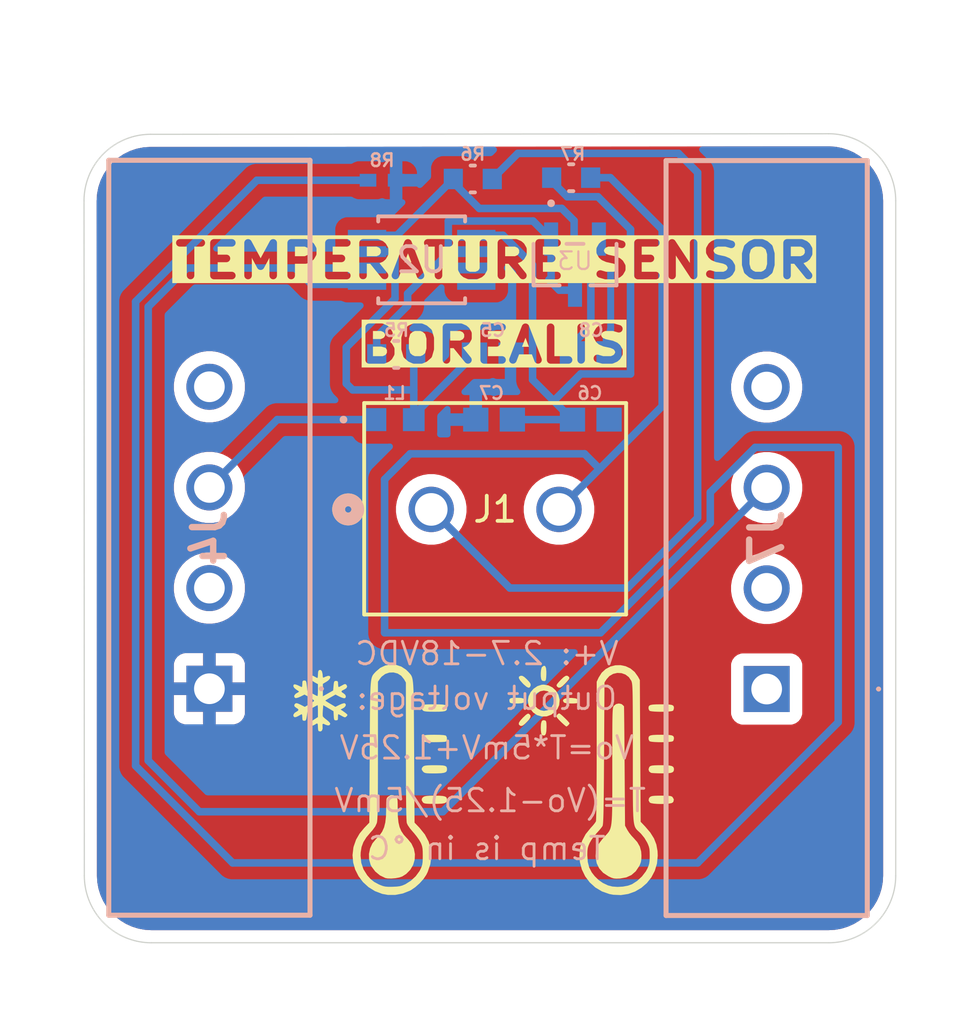
<source format=kicad_pcb>
(kicad_pcb (version 20241229) (generator "pcbnew") (generator_version "9.0")
  (layers (0 "F.Cu" signal) (2 "B.Cu" signal) (13 "F.Paste" user) (15 "B.Paste" user) (5 "F.SilkS" user "F.Silkscreen") (7 "B.SilkS" user "B.Silkscreen") (1 "F.Mask" user) (3 "B.Mask" user) (25 "Edge.Cuts" user))
  (net 0 "")
  (net 1 "GND")
  (net 2 "VCC")
  (net 3 "Net-(U2-IN-)")
  (net 4 "Net-(U2-+IN)")
  (net 5 "Net-(J1-Pad2)")
  (net 6 "Net-(J1-Pad1)")
  (net 7 "/ID")
  (net 8 "+5V")
  (net 9 "+3.3V")
  (net 11 "/SCL")
  (net 12 "/SDA")
  (net 13 "/ADC")
  (net 14 "Net-(U2-REF)")
  (footprint "BOREALIS:CONN_1729128_PXC" (layer "F.Cu") (at 110.8202 76.1234)
    (property "Reference" "J1" (at 2.54 0 0) (layer "F.SilkS"))
    (property "Value" "1729128")
    (pad "1" thru_hole circle (at 0 0) (size 1.8034 1.8034) (drill 1.2954) (layers "*.Cu" "*.Mask") (net 6 "Net-(J1-Pad1)"))
    (pad "2" thru_hole circle (at 5.08 0) (size 1.8034 1.8034) (drill 1.2954) (layers "*.Cu" "*.Mask") (net 5 "Net-(J1-Pad2)"))
  )
  (footprint "LOGO" (layer "F.Cu") (at 113.114612 86.860476)
    (property "Reference" "G***" (hide yes))
    (property "Value" "LOGO" (hide yes))
  )
  (footprint "BOREALIS:CAPC17595_95N_KEM" (layer "B.Cu") (at 113.266398 69.9643)
    (property "Reference" "C5" (at 0 -0.9643 0) (layer "B.SilkS") (effects (font (size 0.5 0.5) (thickness 0.1) (bold yes)) (justify mirror)))
    (property "Value" "C0603C104K5RACTU" (hide yes))
    (pad "1" smd rect (at -0.727799 0) (size 1.005599 0.949998) (layers "B.Cu" "B.Mask" "B.Paste") (net 2 "VCC"))
    (pad "2" smd rect (at 0.727799 0) (size 1.005599 0.949998) (layers "B.Cu" "B.Mask" "B.Paste") (net 1 "GND"))
    (zone (net 0) (net_name "") (layer "B.Cu") (connect_pads (clearance 0)) (min_thickness 0.254)
      (keepout (tracks not_allowed) (vias not_allowed) (pads allowed) (copperpour not_allowed) (footprints allowed))
      (fill (thermal_gap 0.508) (thermal_bridge_width 0.508))
      (polygon (pts (xy 113.092198 70.388499) (xy 113.440598 70.388499) (xy 113.440598 69.540101) (xy 113.092198 69.540101)))
    )
  )
  (footprint "BOREALIS:RC0402N_YAG" (layer "B.Cu") (at 108.8644 63.0428)
    (property "Reference" "R8" (at 0 -0.7928 0) (layer "B.SilkS") (effects (font (size 0.5 0.5) (thickness 0.1) (bold yes)) (justify mirror)))
    (property "Value" "RC0402FR-071ML" (hide yes))
    (pad "1" smd rect (at -0.5588 0) (size 0.6604 0.508) (layers "B.Cu" "B.Mask" "B.Paste") (net 5 "Net-(J1-Pad2)"))
    (pad "2" smd rect (at 0.5588 0) (size 0.6604 0.508) (layers "B.Cu" "B.Mask" "B.Paste") (net 1 "GND"))
    (zone (net 0) (net_name "") (layer "B.Cu") (connect_pads (clearance 0)) (min_thickness 0.254)
      (keepout (tracks not_allowed) (vias not_allowed) (pads allowed) (copperpour not_allowed) (footprints allowed))
      (fill (thermal_gap 0.508) (thermal_bridge_width 0.508))
      (polygon (pts (xy 108.6866 63.246) (xy 109.0422 63.246) (xy 109.0422 62.8396) (xy 108.6866 62.8396)))
    )
  )
  (footprint "BOREALIS:SOT23-3-L_3p04x1p4x1p9_STM" (layer "B.Cu") (at 116.5352 66.3956)
    (property "Reference" "U3" (at 0 -0.1456 0) (layer "B.SilkS") (effects (font (size 0.7 0.7) (thickness 0.0875)) (justify mirror)))
    (property "Value" "TLVH431BIL3T" (hide yes))
    (pad "1" smd rect (at -0.950001 -1.016) (size 0.5588 1.3208) (layers "B.Cu" "B.Mask" "B.Paste") (net 14 "Net-(U2-REF)"))
    (pad "2" smd rect (at 0.950001 -1.016) (size 0.5588 1.3208) (layers "B.Cu" "B.Mask" "B.Paste") (net 1 "GND"))
    (pad "3" smd rect (at 0 1.016) (size 0.5588 1.3208) (layers "B.Cu" "B.Mask" "B.Paste") (net 14 "Net-(U2-REF)"))
  )
  (footprint "BOREALIS:CAPC17595_95N_KEM" (layer "B.Cu") (at 113.317198 72.5551 180)
    (property "Reference" "C7" (at 0.1016 1.0551 0) (layer "B.SilkS") (effects (font (size 0.5 0.5) (thickness 0.1) (bold yes)) (justify mirror)))
    (property "Value" "C0603C104K5RACTU" (hide yes))
    (pad "1" smd rect (at -0.727799 0 180) (size 1.005599 0.949998) (layers "B.Cu" "B.Mask" "B.Paste") (net 3 "Net-(U2-IN-)"))
    (pad "2" smd rect (at 0.727799 0 180) (size 1.005599 0.949998) (layers "B.Cu" "B.Mask" "B.Paste") (net 1 "GND"))
    (zone (net 0) (net_name "") (layer "B.Cu") (connect_pads (clearance 0)) (min_thickness 0.254)
      (keepout (tracks not_allowed) (vias not_allowed) (pads allowed) (copperpour not_allowed) (footprints allowed))
      (fill (thermal_gap 0.508) (thermal_bridge_width 0.508))
      (polygon (pts (xy 113.491398 72.130901) (xy 113.142998 72.130901) (xy 113.142998 72.979299) (xy 113.491398 72.979299)))
    )
  )
  (footprint "BOREALIS:CAPC17595_95N_KEM" (layer "B.Cu") (at 117.161399 72.5551)
    (property "Reference" "C6" (at -0.034201 -1.0551 0) (layer "B.SilkS") (effects (font (size 0.5 0.5) (thickness 0.1) (bold yes)) (justify mirror)))
    (property "Value" "C0603C104K5RACTU" (hide yes))
    (pad "1" smd rect (at -0.727799 0) (size 1.005599 0.949998) (layers "B.Cu" "B.Mask" "B.Paste") (net 3 "Net-(U2-IN-)"))
    (pad "2" smd rect (at 0.727799 0) (size 1.005599 0.949998) (layers "B.Cu" "B.Mask" "B.Paste") (net 4 "Net-(U2-+IN)"))
    (zone (net 0) (net_name "") (layer "B.Cu") (connect_pads (clearance 0)) (min_thickness 0.254)
      (keepout (tracks not_allowed) (vias not_allowed) (pads allowed) (copperpour not_allowed) (footprints allowed))
      (fill (thermal_gap 0.508) (thermal_bridge_width 0.508))
      (polygon (pts (xy 116.987199 72.979299) (xy 117.335599 72.979299) (xy 117.335599 72.130901) (xy 116.987199 72.130901)))
    )
  )
  (footprint "BOREALIS:RC0603N_YAG" (layer "B.Cu") (at 109.427099 69.9643)
    (property "Reference" "R5" (at 0.0127 -0.9643 0) (layer "B.SilkS") (effects (font (size 0.5 0.5) (thickness 0.1) (bold yes)) (justify mirror)))
    (property "Value" "RC0603FR-07100RL" (hide yes))
    (pad "1" smd rect (at -0.7747 0) (size 0.762 0.8128) (layers "B.Cu" "B.Mask" "B.Paste") (net 14 "Net-(U2-REF)"))
    (pad "2" smd rect (at 0.7747 0) (size 0.762 0.8128) (layers "B.Cu" "B.Mask" "B.Paste") (net 2 "VCC"))
    (zone (net 0) (net_name "") (layer "B.Cu") (connect_pads (clearance 0)) (min_thickness 0.254)
      (keepout (tracks not_allowed) (vias not_allowed) (pads allowed) (copperpour not_allowed) (footprints allowed))
      (fill (thermal_gap 0.508) (thermal_bridge_width 0.508))
      (polygon (pts (xy 109.084199 70.3199) (xy 109.769999 70.3199) (xy 109.769999 69.6087) (xy 109.084199 69.6087)))
    )
  )
  (footprint "BOREALIS:RC0603N_YAG" (layer "B.Cu") (at 116.3828 62.9412)
    (property "Reference" "R7" (at 0.0635 -0.9412 0) (layer "B.SilkS") (effects (font (size 0.5 0.5) (thickness 0.1) (bold yes)) (justify mirror)))
    (property "Value" "RC0603FR-07100RL" (hide yes))
    (pad "1" smd rect (at -0.7747 0) (size 0.762 0.8128) (layers "B.Cu" "B.Mask" "B.Paste") (net 3 "Net-(U2-IN-)"))
    (pad "2" smd rect (at 0.7747 0) (size 0.762 0.8128) (layers "B.Cu" "B.Mask" "B.Paste") (net 5 "Net-(J1-Pad2)"))
    (zone (net 0) (net_name "") (layer "B.Cu") (connect_pads (clearance 0)) (min_thickness 0.254)
      (keepout (tracks not_allowed) (vias not_allowed) (pads allowed) (copperpour not_allowed) (footprints allowed))
      (fill (thermal_gap 0.508) (thermal_bridge_width 0.508))
      (polygon (pts (xy 116.0399 63.2968) (xy 116.7257 63.2968) (xy 116.7257 62.5856) (xy 116.0399 62.5856)))
    )
  )
  (footprint "BOREALIS:IND_VISHAY_ILHB0603_VIS" (layer "B.Cu") (at 109.363599 72.5551)
    (property "Reference" "L1" (at 0 -1.0551 0) (layer "B.SilkS") (effects (font (size 0.5 0.5) (thickness 0.1) (bold yes)) (justify mirror)))
    (property "Value" "ILHB0603ER121V" (hide yes))
    (pad "1" smd rect (at -0.762 0) (size 0.8636 0.9144) (layers "B.Cu" "B.Mask" "B.Paste") (net 8 "+5V"))
    (pad "2" smd rect (at 0.762 0) (size 0.8636 0.9144) (layers "B.Cu" "B.Mask" "B.Paste") (net 2 "VCC"))
    (zone (net 0) (net_name "") (layer "B.Cu") (connect_pads (clearance 0)) (min_thickness 0.254)
      (keepout (tracks not_allowed) (vias not_allowed) (pads allowed) (copperpour not_allowed) (footprints allowed))
      (fill (thermal_gap 0.508) (thermal_bridge_width 0.508))
      (polygon (pts (xy 109.084199 72.9615) (xy 109.642999 72.9615) (xy 109.642999 72.1487) (xy 109.084199 72.1487)))
    )
  )
  (footprint "BOREALIS:RC0603N_YAG" (layer "B.Cu") (at 112.4712 62.992)
    (property "Reference" "R6" (at 0 -0.992 0) (layer "B.SilkS") (effects (font (size 0.5 0.5) (thickness 0.1) (bold yes)) (justify mirror)))
    (property "Value" "RC0603FR-07100RL" (hide yes))
    (pad "1" smd rect (at -0.7747 0) (size 0.762 0.8128) (layers "B.Cu" "B.Mask" "B.Paste") (net 4 "Net-(U2-+IN)"))
    (pad "2" smd rect (at 0.7747 0) (size 0.762 0.8128) (layers "B.Cu" "B.Mask" "B.Paste") (net 6 "Net-(J1-Pad1)"))
    (zone (net 0) (net_name "") (layer "B.Cu") (connect_pads (clearance 0)) (min_thickness 0.254)
      (keepout (tracks not_allowed) (vias not_allowed) (pads allowed) (copperpour not_allowed) (footprints allowed))
      (fill (thermal_gap 0.508) (thermal_bridge_width 0.508))
      (polygon (pts (xy 112.1283 63.3476) (xy 112.8141 63.3476) (xy 112.8141 62.6364) (xy 112.1283 62.6364)))
    )
  )
  (footprint "BOREALIS:8782200410011101" (layer "B.Cu") (at 102 83.25 90)
    (property "Reference" "J4" (at 6 0 90) (layer "B.SilkS") (effects (font (size 1.27 1.27) (thickness 0.254)) (justify mirror)))
    (property "Value" "878-22-004-10-011101" (hide yes))
    (pad "1" thru_hole rect (at 0 0 90) (size 1.83 1.83) (drill 1.22) (layers "*.Cu" "*.Mask") (net 1 "GND"))
    (pad "2" thru_hole circle (at 4 0 90) (size 1.83 1.83) (drill 1.22) (layers "*.Cu" "*.Mask") (net 9 "+3.3V"))
    (pad "3" thru_hole circle (at 8 0 90) (size 1.83 1.83) (drill 1.22) (layers "*.Cu" "*.Mask") (net 8 "+5V"))
    (pad "4" thru_hole circle (at 12 0 90) (size 1.83 1.83) (drill 1.22) (layers "*.Cu" "*.Mask") (net 7 "/ID"))
  )
  (footprint "BOREALIS:RM_8_ADI" (layer "B.Cu") (at 110.4392 66.2051 180)
    (property "Reference" "U2" (at 0 0 0) (layer "B.SilkS") (effects (justify mirror)))
    (property "Value" "AD8495ARMZ" (hide yes))
    (pad "1" smd rect (at -2.1717 0.974999 180) (size 1.524 0.4318) (layers "B.Cu" "B.Mask" "B.Paste") (net 3 "Net-(U2-IN-)"))
    (pad "2" smd rect (at -2.1717 0.325001 180) (size 1.524 0.4318) (layers "B.Cu" "B.Mask" "B.Paste") (net 14 "Net-(U2-REF)"))
    (pad "3" smd rect (at -2.1717 -0.325001 180) (size 1.524 0.4318) (layers "B.Cu" "B.Mask" "B.Paste") (net 1 "GND"))
    (pad "4" smd rect (at -2.1717 -0.974999 180) (size 1.524 0.4318) (layers "B.Cu" "B.Mask" "B.Paste"))
    (pad "5" smd rect (at 2.1717 -0.974999 180) (size 1.524 0.4318) (layers "B.Cu" "B.Mask" "B.Paste") (net 13 "/ADC"))
    (pad "6" smd rect (at 2.1717 -0.325001 180) (size 1.524 0.4318) (layers "B.Cu" "B.Mask" "B.Paste") (net 13 "/ADC"))
    (pad "7" smd rect (at 2.1717 0.325001 180) (size 1.524 0.4318) (layers "B.Cu" "B.Mask" "B.Paste") (net 2 "VCC"))
    (pad "8" smd rect (at 2.1717 0.974999 180) (size 1.524 0.4318) (layers "B.Cu" "B.Mask" "B.Paste") (net 4 "Net-(U2-+IN)"))
  )
  (footprint "BOREALIS:8782200410011101" (layer "B.Cu") (at 124.1552 83.2612 90)
    (property "Reference" "J7" (at 6 0 90) (layer "B.SilkS") (effects (font (size 1.27 1.27) (thickness 0.254)) (justify mirror)))
    (property "Value" "878-22-004-10-011101" (hide yes))
    (pad "1" thru_hole rect (at 0 0 90) (size 1.83 1.83) (drill 1.22) (layers "*.Cu" "*.Mask") (net 11 "/SCL"))
    (pad "2" thru_hole circle (at 4 0 90) (size 1.83 1.83) (drill 1.22) (layers "*.Cu" "*.Mask") (net 12 "/SDA"))
    (pad "3" thru_hole circle (at 8 0 90) (size 1.83 1.83) (drill 1.22) (layers "*.Cu" "*.Mask") (net 13 "/ADC"))
    (pad "4" thru_hole circle (at 12 0 90) (size 1.83 1.83) (drill 1.22) (layers "*.Cu" "*.Mask"))
  )
  (footprint "BOREALIS:CAPC17595_95N_KEM" (layer "B.Cu") (at 117.161399 69.9135)
    (property "Reference" "C8" (at 0.016599 -0.9135 0) (layer "B.SilkS") (effects (font (size 0.5 0.5) (thickness 0.1) (bold yes)) (justify mirror)))
    (property "Value" "C0603C104K5RACTU" (hide yes))
    (pad "1" smd rect (at -0.727799 0) (size 1.005599 0.949998) (layers "B.Cu" "B.Mask" "B.Paste") (net 4 "Net-(U2-+IN)"))
    (pad "2" smd rect (at 0.727799 0) (size 1.005599 0.949998) (layers "B.Cu" "B.Mask" "B.Paste") (net 1 "GND"))
    (zone (net 0) (net_name "") (layer "B.Cu") (connect_pads (clearance 0)) (min_thickness 0.254)
      (keepout (tracks not_allowed) (vias not_allowed) (pads allowed) (copperpour not_allowed) (footprints allowed))
      (fill (thermal_gap 0.508) (thermal_bridge_width 0.508))
      (polygon (pts (xy 116.987199 70.337699) (xy 117.335599 70.337699) (xy 117.335599 69.489301) (xy 116.987199 69.489301)))
    )
  )
  (gr_arc (start 99.695 93.345) (mid 97.809146 92.563854) (end 97.028 90.678) (stroke (width 0.05)) (layer "Edge.Cuts"))
  (gr_arc (start 126.619 61.194854) (mid 128.504854 61.976) (end 129.286 63.861854) (stroke (width 0.05)) (layer "Edge.Cuts"))
  (gr_line (start 129.286 90.678) (end 129.286 63.861854) (stroke (width 0.05)) (layer "Edge.Cuts"))
  (gr_line (start 97.015432 63.8619) (end 97.028 90.678) (stroke (width 0.05)) (layer "Edge.Cuts"))
  (gr_arc (start 97.015432 63.861854) (mid 97.79 61.991883) (end 99.659971 61.217315) (stroke (width 0.05)) (layer "Edge.Cuts"))
  (gr_line (start 99.695 93.345) (end 126.619 93.345) (stroke (width 0.05)) (layer "Edge.Cuts"))
  (gr_arc (start 129.286 90.678) (mid 128.504854 92.563854) (end 126.619 93.345) (stroke (width 0.05)) (layer "Edge.Cuts"))
  (gr_line (start 126.619 61.194854) (end 99.659971 61.217315) (stroke (width 0.05)) (layer "Edge.Cuts"))
  (gr_text "BOREALIS" (at 107.7976 70.358 0) (layer "F.SilkS" knockout) (effects (font (size 1.3 1.5) (thickness 0.3) (bold yes)) (justify left bottom)))
  (gr_text "TEMPERATURE SENSOR" (at 100.4824 67.0052 0) (layer "F.SilkS" knockout) (effects (font (size 1.3 1.5) (thickness 0.3) (bold yes)) (justify left bottom)))
  (gr_text "Vo=T*5mV+1.25V" (at 113.03 85.598 0) (layer "B.SilkS") (effects (font (size 0.89408 0.89408) (thickness 0.11176)) (justify mirror)))
  (gr_text "T=(Vo-1.25)/5mV" (at 113.161 87.693 0) (layer "B.SilkS") (effects (font (size 0.89408 0.89408) (thickness 0.11176)) (justify mirror)))
  (gr_text "Temp is in °C" (at 113.034 89.598 0) (layer "B.SilkS") (effects (font (size 0.89408 0.89408) (thickness 0.11176)) (justify mirror)))
  (gr_text "Output voltage:" (at 113.034 83.629 0) (layer "B.SilkS") (effects (font (size 0.89408 0.89408) (thickness 0.11176)) (justify mirror)))
  (gr_text "V+: 2.7-18VDC" (at 113.034 81.851 0) (layer "B.SilkS") (effects (font (size 0.89408 0.89408) (thickness 0.11176)) (justify mirror)))
  (segment (start 110.125599 72.5551) (end 110.125599 72.3773) (width 0.3) (layer "B.Cu") (net 2))
  (segment (start 108.2675 65.880099) (end 109.297398 65.880099) (width 0.3) (layer "B.Cu") (net 2))
  (segment (start 111.444449 71.058449) (end 112.538599 69.9643) (width 0.3) (layer "B.Cu") (net 2))
  (segment (start 107.442 71.12) (end 107.696 71.374) (width 0.3) (layer "B.Cu") (net 2))
  (segment (start 110.125599 70.0405) (end 110.201799 69.9643) (width 0.3) (layer "B.Cu") (net 2))
  (segment (start 109.297398 65.880099) (end 109.3805 65.963201) (width 0.3) (layer "B.Cu") (net 2))
  (segment (start 109.3805 65.963201) (end 109.3805 67.746799) (width 0.3) (layer "B.Cu") (net 2))
  (segment (start 110.125599 72.5551) (end 110.125599 71.374) (width 0.3) (layer "B.Cu") (net 2))
  (segment (start 109.3805 67.746799) (end 107.442 69.685299) (width 0.3) (layer "B.Cu") (net 2))
  (segment (start 107.696 71.374) (end 110.125599 71.374) (width 0.3) (layer "B.Cu") (net 2))
  (segment (start 110.125599 71.374) (end 110.125599 70.0405) (width 0.3) (layer "B.Cu") (net 2))
  (segment (start 107.442 69.685299) (end 107.442 71.12) (width 0.3) (layer "B.Cu") (net 2))
  (segment (start 110.125599 72.3773) (end 111.444449 71.058449) (width 0.3) (layer "B.Cu") (net 2))
  (segment (start 114.044997 72.5551) (end 116.4336 72.5551) (width 0.3) (layer "B.Cu") (net 3))
  (segment (start 112.6109 65.230101) (end 112.776 65.230101) (width 0.3) (layer "B.Cu") (net 3))
  (segment (start 115.6081 63.078546) (end 116.228154 63.6986) (width 0.3) (layer "B.Cu") (net 3))
  (segment (start 116.228154 63.6986) (end 117.446001 63.6986) (width 0.3) (layer "B.Cu") (net 3))
  (segment (start 117.446001 63.6986) (end 118.742997 64.995596) (width 0.3) (layer "B.Cu") (net 3))
  (segment (start 115.68925 71.81075) (end 114.847996 70.969496) (width 0.3) (layer "B.Cu") (net 3))
  (segment (start 115.6081 62.9412) (end 115.6081 63.078546) (width 0.3) (layer "B.Cu") (net 3))
  (segment (start 116.760501 70.739499) (end 115.68925 71.81075) (width 0.3) (layer "B.Cu") (net 3))
  (segment (start 118.742997 70.739499) (end 116.760501 70.739499) (width 0.3) (layer "B.Cu") (net 3))
  (segment (start 118.742997 64.995596) (end 118.742997 70.739499) (width 0.3) (layer "B.Cu") (net 3))
  (segment (start 116.4336 72.5551) (end 115.68925 71.81075) (width 0.3) (layer "B.Cu") (net 3))
  (segment (start 114.847996 70.969496) (end 114.847996 66.405197) (width 0.3) (layer "B.Cu") (net 3))
  (segment (start 114.847996 66.405197) (end 113.6729 65.230101) (width 0.3) (layer "B.Cu") (net 3))
  (segment (start 113.6729 65.230101) (end 112.6109 65.230101) (width 0.3) (layer "B.Cu") (net 3))
  (segment (start 116.4336 69.5664) (end 116.4336 69.9135) (width 0.3) (layer "B.Cu") (net 4))
  (segment (start 116.9002 66.4002) (end 117 66.4002) (width 0.3) (layer "B.Cu") (net 4))
  (segment (start 111.6965 62.992) (end 111.6965 63.129346) (width 0.3) (layer "B.Cu") (net 4))
  (segment (start 117.1656 68.8344) (end 116.4336 69.5664) (width 0.3) (layer "B.Cu") (net 4))
  (segment (start 117.1656 66.5658) (end 117.1656 68.8344) (width 0.3) (layer "B.Cu") (net 4))
  (segment (start 116.5 66) (end 116.9002 66.4002) (width 0.3) (layer "B.Cu") (net 4))
  (segment (start 109.458399 65.230101) (end 111.6965 62.992) (width 0.3) (layer "B.Cu") (net 4))
  (segment (start 112.729355 64.162201) (end 116.0096 64.162201) (width 0.3) (layer "B.Cu") (net 4))
  (segment (start 116.5 64.652601) (end 116.5 66) (width 0.3) (layer "B.Cu") (net 4))
  (segment (start 116.0096 64.162201) (end 116.5 64.652601) (width 0.3) (layer "B.Cu") (net 4))
  (segment (start 117 66.4002) (end 117.1656 66.5658) (width 0.3) (layer "B.Cu") (net 4))
  (segment (start 111.6965 63.129346) (end 112.729355 64.162201) (width 0.3) (layer "B.Cu") (net 4))
  (segment (start 108.2675 65.230101) (end 109.458399 65.230101) (width 0.3) (layer "B.Cu") (net 4))
  (segment (start 117.5118 74.5118) (end 115.9002 76.1234) (width 0.3) (layer "B.Cu") (net 5))
  (segment (start 99.067 67.86448) (end 103.88868 63.0428) (width 0.3) (layer "B.Cu") (net 5))
  (segment (start 108.966 74.93) (end 108.966 81.026) (width 0.3) (layer "B.Cu") (net 5))
  (segment (start 123.698 73.66) (end 127 73.66) (width 0.3) (layer "B.Cu") (net 5))
  (segment (start 121.913 75.445) (end 123.698 73.66) (width 0.3) (layer "B.Cu") (net 5))
  (segment (start 120 65) (end 120 72.0236) (width 0.3) (layer "B.Cu") (net 5))
  (segment (start 127 84.582) (end 121.412 90.17) (width 0.3) (layer "B.Cu") (net 5))
  (segment (start 116.9138 73.9138) (end 109.9822 73.9138) (width 0.3) (layer "B.Cu") (net 5))
  (segment (start 117.1575 62.9412) (end 117.9412 62.9412) (width 0.3) (layer "B.Cu") (net 5))
  (segment (start 121.913 76.661521) (end 121.913 75.445) (width 0.3) (layer "B.Cu") (net 5))
  (segment (start 99.067 86.313521) (end 99.067 67.86448) (width 0.3) (layer "B.Cu") (net 5))
  (segment (start 127 73.66) (end 127 84.582) (width 0.3) (layer "B.Cu") (net 5))
  (segment (start 121.412 90.17) (end 102.923479 90.17) (width 0.3) (layer "B.Cu") (net 5))
  (segment (start 117.5118 74.5118) (end 116.9138 73.9138) (width 0.3) (layer "B.Cu") (net 5))
  (segment (start 117.9412 62.9412) (end 120 65) (width 0.3) (layer "B.Cu") (net 5))
  (segment (start 108.966 81.026) (end 117.548521 81.026) (width 0.3) (layer "B.Cu") (net 5))
  (segment (start 102.923479 90.17) (end 99.067 86.313521) (width 0.3) (layer "B.Cu") (net 5))
  (segment (start 120 72.0236) (end 117.5118 74.5118) (width 0.3) (layer "B.Cu") (net 5))
  (segment (start 117.548521 81.026) (end 121.913 76.661521) (width 0.3) (layer "B.Cu") (net 5))
  (segment (start 109.9822 73.9138) (end 108.966 74.93) (width 0.3) (layer "B.Cu") (net 5))
  (segment (start 103.88868 63.0428) (end 108.3056 63.0428) (width 0.3) (layer "B.Cu") (net 5))
  (segment (start 120.65 61.976) (end 114.2619 61.976) (width 0.3) (layer "B.Cu") (net 6))
  (segment (start 121.412 76.454) (end 121.412 62.738) (width 0.3) (layer "B.Cu") (net 6))
  (segment (start 110.8202 76.1234) (end 113.9448 79.248) (width 0.3) (layer "B.Cu") (net 6))
  (segment (start 121.412 62.738) (end 120.65 61.976) (width 0.3) (layer "B.Cu") (net 6))
  (segment (start 114.2619 61.976) (end 113.2459 62.992) (width 0.3) (layer "B.Cu") (net 6))
  (segment (start 118.618 79.248) (end 121.412 76.454) (width 0.3) (layer "B.Cu") (net 6))
  (segment (start 113.9448 79.248) (end 118.618 79.248) (width 0.3) (layer "B.Cu") (net 6))
  (segment (start 104.6949 72.5551) (end 108.601599 72.5551) (width 0.3) (layer "B.Cu") (net 8))
  (segment (start 102 75.25) (end 104.6949 72.5551) (width 0.3) (layer "B.Cu") (net 8))
  (segment (start 105.41 66.530101) (end 108.2675 66.530101) (width 0.3) (layer "B.Cu") (net 13))
  (segment (start 101.6 88.138) (end 99.568 86.106) (width 0.3) (layer "B.Cu") (net 13))
  (segment (start 99.568 68.072) (end 101.109899 66.530101) (width 0.3) (layer "B.Cu") (net 13))
  (segment (start 108.2675 67.180099) (end 106.059998 67.180099) (width 0.3) (layer "B.Cu") (net 13))
  (segment (start 111.2784 88.138) (end 101.6 88.138) (width 0.3) (layer "B.Cu") (net 13))
  (segment (start 106.059998 67.180099) (end 105.41 66.530101) (width 0.3) (layer "B.Cu") (net 13))
  (segment (start 124.1552 75.2612) (end 111.2784 88.138) (width 0.3) (layer "B.Cu") (net 13))
  (segment (start 101.109899 66.530101) (end 105.41 66.530101) (width 0.3) (layer "B.Cu") (net 13))
  (segment (start 99.568 86.106) (end 99.568 68.072) (width 0.3) (layer "B.Cu") (net 13))
  (segment (start 115.5 67) (end 115.585199 66.914801) (width 0.3) (layer "B.Cu") (net 14))
  (segment (start 112.6109 65.880099) (end 111.5489 65.880099) (width 0.3) (layer "B.Cu") (net 14))
  (segment (start 109.8815 68.028799) (end 108.652399 69.2579) (width 0.3) (layer "B.Cu") (net 14))
  (segment (start 111.4979 65.712098) (end 111.665901 65.880099) (width 0.3) (layer "B.Cu") (net 14))
  (segment (start 115.585199 65.3796) (end 114.8688 64.663201) (width 0.3) (layer "B.Cu") (net 14))
  (segment (start 111.665901 65.880099) (end 112.6109 65.880099) (width 0.3) (layer "B.Cu") (net 14))
  (segment (start 108.652399 69.2579) (end 108.652399 69.9643) (width 0.3) (layer "B.Cu") (net 14))
  (segment (start 109.8815 67.547499) (end 109.8815 68.028799) (width 0.3) (layer "B.Cu") (net 14))
  (segment (start 116.5352 67.4116) (end 115.9116 67.4116) (width 0.3) (layer "B.Cu") (net 14))
  (segment (start 111.5489 65.880099) (end 109.8815 67.547499) (width 0.3) (layer "B.Cu") (net 14))
  (segment (start 115.585199 66.914801) (end 115.585199 65.3796) (width 0.3) (layer "B.Cu") (net 14))
  (segment (start 111.4979 64.663201) (end 111.4979 65.712098) (width 0.3) (layer "B.Cu") (net 14))
  (segment (start 115.9116 67.4116) (end 115.5 67) (width 0.3) (layer "B.Cu") (net 14))
  (segment (start 114.8688 64.663201) (end 111.4979 64.663201) (width 0.3) (layer "B.Cu") (net 14))
  (zone (net 1) (net_name "GND") (layers "F.Cu" "B.Cu") (connect_pads (clearance 0.5)) (min_thickness 0.25) (fill yes (thermal_gap 0.5) (thermal_bridge_width 0.5))
    (polygon (pts (xy 93.6752 55.88) (xy 132.08 55.9308) (xy 131.5212 96.5708) (xy 93.98 96.5708)))
  )
)
</source>
